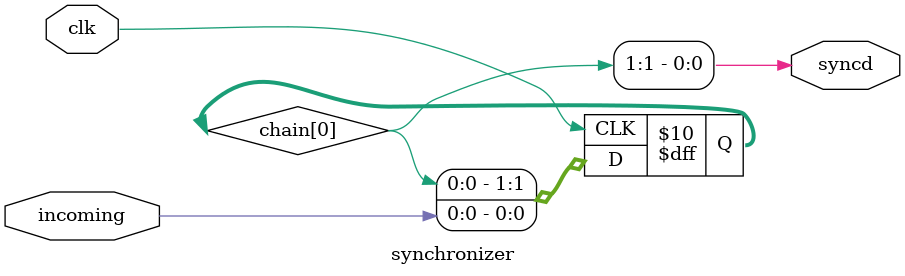
<source format=sv>


// More than one bit can be used, but there is no guarantee on if the
// signals that are input synchronously will come out at the same time,
// so only use multiple bits with that understanding.
// See: Clock Domain Crossing (CDC) Design & Verification Techniques Using SystemVerilog
// http://www.sunburst-design.com/papers/CummingsSNUG2008Boston_CDC.pdf
// (and, in general, all the writing on that site is awesome)


`ifdef IS_QUARTUS // Defined in Assignments -> Settings -> ... -> Verilog HDL input
// This doesn't work in Questa for some reason. vlog-2892 errors.
`default_nettype none // Disable implicit creation of undeclared nets
`endif

// Simulation: Tick at 1ns (using #<num>) to a precision of 0.1ns (100ps)
`timescale 1 ns / 100 ps

module synchronizer #(
  parameter DEPTH = 2, // At least 2, up to 9
  parameter WIDTH = 1
) (
  // The incoming clock
  input  logic clk,
  
  input  logic [WIDTH-1:0] incoming,
  output logic [WIDTH-1:0] syncd
);

// TODO: Validate parameters
// (This does not work in Quartus)
/*
if (DEPTH < 2 || DEPTH > 9) begin: invalid_parameters_1
  $error("DEPTH must be between 2 and 9");
end: invalid_parameters_1
if (WIDTH < 1) begin: invalid_parameters_2
  $error("WIDTH must be at least 1");
end: invalid_parameters_2
*/

// Intel/Altera synthesis attributes (see reference above for Vivado version)
// Vivado: (* IOB = "false" *) (* ASYNC_REG = "TRUE" *)
(* useioff = 0 *) // https://www.intel.com/content/www/us/en/docs/programmable/683283/18-1/use-i-o-flipflops.html
(* PRESERVE *) // https://www.intel.com/content/www/us/en/programmable/quartushelp/17.0/hdl/vlog/vlog_file_dir_preserve.htm
(* syn_preserve = 1 *) // https://www.intel.com/content/www/us/en/docs/programmable/683283/18-1/preserve-registers.html
(* altera_attribute = "-name SYNCHRONIZER_IDENTIFICATION \"FORCED IF ASYNCHRONOUS\"" *) // https://www.intel.com/content/www/us/en/docs/programmable/683296/22-4/fitterassignmentssynchronizeridentification.html
logic [DEPTH-1:0] chain [WIDTH]; // Using unpacked array is really hard!

`ifdef IS_QUARTUS
// This makes QuestaSim unhappy
initial begin
  for (int i = 0; i < WIDTH; i++) begin: zero_init
    chain[i] = '0;
  end: zero_init
end
`endif

// Synchronizer chain as a shift register
always_ff @(posedge clk) begin
  for (int i = 0; i < WIDTH; i++) begin: shift_each_chain
    chain[i] <= {chain[i][DEPTH-2:0], incoming[i]};
  end: shift_each_chain
end

always_comb begin
  for (int i = 0; i < WIDTH; i++) begin: output_end_of_each_chain
    syncd[i] = chain[i][DEPTH-1];
  end: output_end_of_each_chain
end

endmodule


`ifdef IS_QUARTUS // Defined in Assignments -> Settings -> ... -> Verilog HDL Input
`default_nettype wire // turn implicit nets on again to avoid side-effects
`endif
</source>
